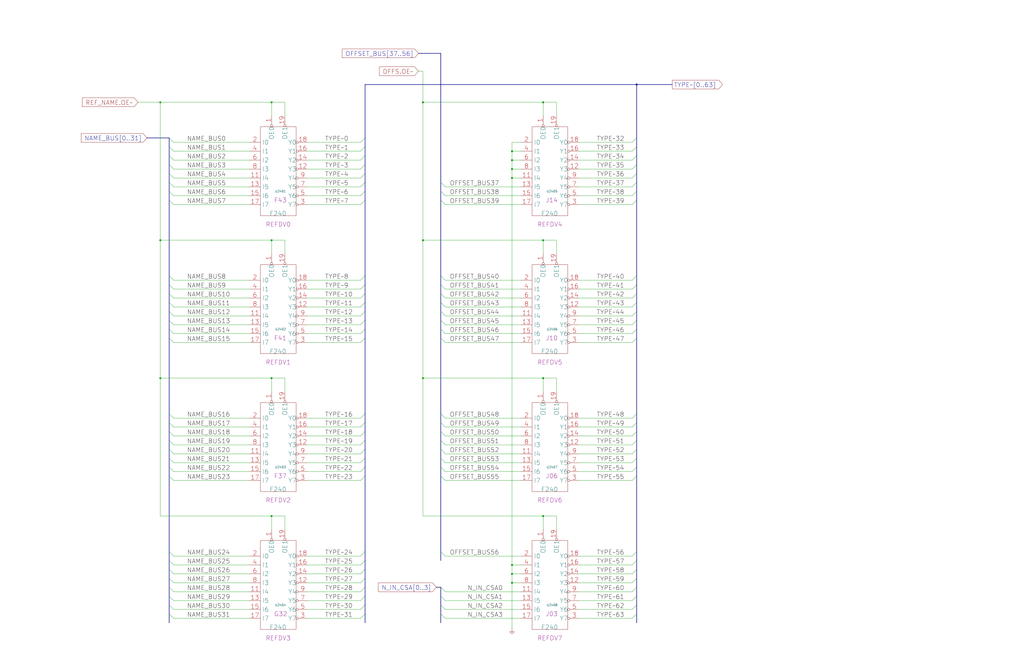
<source format=kicad_sch>
(kicad_sch (version 20250114) (generator "eeschema") (generator_version "9.0")
  (paper "User" 584.2 378.46)
  (title_block (title "CONTROL STACK REF DRIVE") (date "22-MAY-90") (rev "1.0") (comment 1 "SEQUENCER") (comment 2 "232-003064") (comment 3 "S400") (comment 4 "RELEASED"))
  (lib_symbols
    (symbol "r1000:F240" (pin_names (offset 1.016))
      (property "Reference" "U" (at 2.54 5.08 0))
      (property "Value" "F240" (at -3.81 -7.62 0))
      (property "Location" "___" (at -1.27 0 0))
      (property "Name" "______" (at 1.27 -15.24 0))
      (symbol "F240_1_1"
        (rectangle (start -8.89 41.91) (end 11.43 -8.89))
        (circle (center -2.54 42.545) (radius 0.635))
        (circle (center 5.08 42.545) (radius 0.635))
        (circle (center 12.065 33.02) (radius 0.635))
        (circle (center 12.065 27.94) (radius 0.635))
        (circle (center 12.065 22.86) (radius 0.635))
        (circle (center 12.065 17.78) (radius 0.635))
        (circle (center 12.065 12.7) (radius 0.635))
        (circle (center 12.065 7.62) (radius 0.635))
        (circle (center 12.065 2.54) (radius 0.635))
        (circle (center 12.065 -2.54) (radius 0.635))
        (pin input line (at -15.24 33.02 0) (length 6.35) (name "I0") (number "2"))
        (pin input line (at -15.24 27.94 0) (length 6.35) (name "I1") (number "4"))
        (pin input line (at -15.24 22.86 0) (length 6.35) (name "I2") (number "6"))
        (pin input line (at -15.24 17.78 0) (length 6.35) (name "I3") (number "8"))
        (pin input line (at -15.24 12.7 0) (length 6.35) (name "I4") (number "11"))
        (pin input line (at -15.24 7.62 0) (length 6.35) (name "I5") (number "13"))
        (pin input line (at -15.24 2.54 0) (length 6.35) (name "I6") (number "15"))
        (pin input line (at -15.24 -2.54 0) (length 6.35) (name "I7") (number "17"))
        (pin input line (at -2.54 48.26 270) (length 5.08) (name "OE0") (number "1"))
        (pin input line (at 5.08 48.26 270) (length 5.08) (name "OE1") (number "19"))
        (pin tri_state line (at 17.78 33.02 180) (length 5.08) (name "Y0") (number "18"))
        (pin tri_state line (at 17.78 27.94 180) (length 5.08) (name "Y1") (number "16"))
        (pin tri_state line (at 17.78 22.86 180) (length 5.08) (name "Y2") (number "14"))
        (pin tri_state line (at 17.78 17.78 180) (length 5.08) (name "Y3") (number "12"))
        (pin tri_state line (at 17.78 12.7 180) (length 5.08) (name "Y4") (number "9"))
        (pin tri_state line (at 17.78 7.62 180) (length 5.08) (name "Y5") (number "7"))
        (pin tri_state line (at 17.78 2.54 180) (length 5.08) (name "Y6") (number "5"))
        (pin tri_state line (at 17.78 -2.54 180) (length 5.08) (name "Y7") (number "3"))
      )
    )
    (symbol "r1000:PD" (power) (pin_numbers (hide yes)) (pin_names (hide yes)) (in_bom no)
      (symbol "PD_0_1"
        (polyline (pts (xy 0 -2.54) (xy 1.27 -2.54) (xy 0 -3.81) (xy -1.27 -2.54) (xy 0 -2.54)) (stroke (width 0.1524)))
      )
      (symbol "PD_1_1"
        (pin power_in line (at 0 0 270) (length 2.54) (name "PD") (number "1"))
      )
    )
  )
  (junction (at 309.88 215.9))
  (junction (at 154.94 215.9))
  (junction (at 292.1 86.36))
  (junction (at 292.1 322.58))
  (junction (at 292.1 91.44))
  (junction (at 292.1 332.74))
  (junction (at 241.3 215.9))
  (junction (at 309.88 294.64))
  (junction (at 292.1 101.6))
  (junction (at 292.1 327.66))
  (junction (at 91.44 137.16))
  (junction (at 154.94 137.16))
  (junction (at 91.44 58.42))
  (junction (at 241.3 137.16))
  (junction (at 154.94 294.64))
  (junction (at 363.22 48.26))
  (junction (at 241.3 58.42))
  (junction (at 91.44 215.9))
  (junction (at 154.94 58.42))
  (junction (at 309.88 58.42))
  (junction (at 292.1 96.52))
  (junction (at 309.88 137.16))
  (bus_entry (at 363.22 78.74) (size -2.54 2.54))
  (bus_entry (at 363.22 93.98) (size -2.54 2.54))
  (bus_entry (at 96.52 109.22) (size 2.54 2.54))
  (bus_entry (at 363.22 320.04) (size -2.54 2.54))
  (bus_entry (at 251.46 256.54) (size 2.54 2.54))
  (bus_entry (at 251.46 236.22) (size 2.54 2.54))
  (bus_entry (at 363.22 251.46) (size -2.54 2.54))
  (bus_entry (at 208.28 162.56) (size -2.54 2.54))
  (bus_entry (at 363.22 162.56) (size -2.54 2.54))
  (bus_entry (at 96.52 314.96) (size 2.54 2.54))
  (bus_entry (at 96.52 345.44) (size 2.54 2.54))
  (bus_entry (at 363.22 109.22) (size -2.54 2.54))
  (bus_entry (at 208.28 345.44) (size -2.54 2.54))
  (bus_entry (at 363.22 350.52) (size -2.54 2.54))
  (bus_entry (at 208.28 167.64) (size -2.54 2.54))
  (bus_entry (at 208.28 271.78) (size -2.54 2.54))
  (bus_entry (at 208.28 251.46) (size -2.54 2.54))
  (bus_entry (at 208.28 88.9) (size -2.54 2.54))
  (bus_entry (at 208.28 78.74) (size -2.54 2.54))
  (bus_entry (at 251.46 335.28) (size 2.54 2.54))
  (bus_entry (at 363.22 241.3) (size -2.54 2.54))
  (bus_entry (at 96.52 162.56) (size 2.54 2.54))
  (bus_entry (at 363.22 325.12) (size -2.54 2.54))
  (bus_entry (at 96.52 246.38) (size 2.54 2.54))
  (bus_entry (at 251.46 177.8) (size 2.54 2.54))
  (bus_entry (at 96.52 320.04) (size 2.54 2.54))
  (bus_entry (at 363.22 182.88) (size -2.54 2.54))
  (bus_entry (at 96.52 104.14) (size 2.54 2.54))
  (bus_entry (at 363.22 266.7) (size -2.54 2.54))
  (bus_entry (at 208.28 241.3) (size -2.54 2.54))
  (bus_entry (at 208.28 193.04) (size -2.54 2.54))
  (bus_entry (at 251.46 172.72) (size 2.54 2.54))
  (bus_entry (at 208.28 320.04) (size -2.54 2.54))
  (bus_entry (at 363.22 172.72) (size -2.54 2.54))
  (bus_entry (at 208.28 83.82) (size -2.54 2.54))
  (bus_entry (at 96.52 350.52) (size 2.54 2.54))
  (bus_entry (at 96.52 340.36) (size 2.54 2.54))
  (bus_entry (at 363.22 314.96) (size -2.54 2.54))
  (bus_entry (at 208.28 350.52) (size -2.54 2.54))
  (bus_entry (at 251.46 340.36) (size 2.54 2.54))
  (bus_entry (at 363.22 167.64) (size -2.54 2.54))
  (bus_entry (at 208.28 256.54) (size -2.54 2.54))
  (bus_entry (at 208.28 187.96) (size -2.54 2.54))
  (bus_entry (at 208.28 246.38) (size -2.54 2.54))
  (bus_entry (at 251.46 261.62) (size 2.54 2.54))
  (bus_entry (at 363.22 187.96) (size -2.54 2.54))
  (bus_entry (at 251.46 157.48) (size 2.54 2.54))
  (bus_entry (at 251.46 246.38) (size 2.54 2.54))
  (bus_entry (at 208.28 99.06) (size -2.54 2.54))
  (bus_entry (at 96.52 330.2) (size 2.54 2.54))
  (bus_entry (at 251.46 109.22) (size 2.54 2.54))
  (bus_entry (at 208.28 266.7) (size -2.54 2.54))
  (bus_entry (at 251.46 271.78) (size 2.54 2.54))
  (bus_entry (at 251.46 193.04) (size 2.54 2.54))
  (bus_entry (at 96.52 335.28) (size 2.54 2.54))
  (bus_entry (at 363.22 261.62) (size -2.54 2.54))
  (bus_entry (at 208.28 93.98) (size -2.54 2.54))
  (bus_entry (at 363.22 271.78) (size -2.54 2.54))
  (bus_entry (at 208.28 104.14) (size -2.54 2.54))
  (bus_entry (at 96.52 78.74) (size 2.54 2.54))
  (bus_entry (at 251.46 162.56) (size 2.54 2.54))
  (bus_entry (at 251.46 187.96) (size 2.54 2.54))
  (bus_entry (at 208.28 335.28) (size -2.54 2.54))
  (bus_entry (at 208.28 177.8) (size -2.54 2.54))
  (bus_entry (at 96.52 193.04) (size 2.54 2.54))
  (bus_entry (at 208.28 236.22) (size -2.54 2.54))
  (bus_entry (at 96.52 256.54) (size 2.54 2.54))
  (bus_entry (at 96.52 93.98) (size 2.54 2.54))
  (bus_entry (at 96.52 177.8) (size 2.54 2.54))
  (bus_entry (at 208.28 182.88) (size -2.54 2.54))
  (bus_entry (at 251.46 345.44) (size 2.54 2.54))
  (bus_entry (at 363.22 114.3) (size -2.54 2.54))
  (bus_entry (at 208.28 109.22) (size -2.54 2.54))
  (bus_entry (at 208.28 157.48) (size -2.54 2.54))
  (bus_entry (at 96.52 83.82) (size 2.54 2.54))
  (bus_entry (at 96.52 182.88) (size 2.54 2.54))
  (bus_entry (at 251.46 251.46) (size 2.54 2.54))
  (bus_entry (at 363.22 236.22) (size -2.54 2.54))
  (bus_entry (at 96.52 88.9) (size 2.54 2.54))
  (bus_entry (at 363.22 335.28) (size -2.54 2.54))
  (bus_entry (at 208.28 114.3) (size -2.54 2.54))
  (bus_entry (at 251.46 314.96) (size 2.54 2.54))
  (bus_entry (at 96.52 241.3) (size 2.54 2.54))
  (bus_entry (at 96.52 114.3) (size 2.54 2.54))
  (bus_entry (at 363.22 157.48) (size -2.54 2.54))
  (bus_entry (at 96.52 325.12) (size 2.54 2.54))
  (bus_entry (at 208.28 172.72) (size -2.54 2.54))
  (bus_entry (at 363.22 330.2) (size -2.54 2.54))
  (bus_entry (at 363.22 193.04) (size -2.54 2.54))
  (bus_entry (at 363.22 177.8) (size -2.54 2.54))
  (bus_entry (at 251.46 182.88) (size 2.54 2.54))
  (bus_entry (at 363.22 340.36) (size -2.54 2.54))
  (bus_entry (at 251.46 114.3) (size 2.54 2.54))
  (bus_entry (at 363.22 345.44) (size -2.54 2.54))
  (bus_entry (at 96.52 271.78) (size 2.54 2.54))
  (bus_entry (at 363.22 88.9) (size -2.54 2.54))
  (bus_entry (at 363.22 256.54) (size -2.54 2.54))
  (bus_entry (at 363.22 104.14) (size -2.54 2.54))
  (bus_entry (at 96.52 266.7) (size 2.54 2.54))
  (bus_entry (at 96.52 251.46) (size 2.54 2.54))
  (bus_entry (at 96.52 261.62) (size 2.54 2.54))
  (bus_entry (at 96.52 157.48) (size 2.54 2.54))
  (bus_entry (at 251.46 167.64) (size 2.54 2.54))
  (bus_entry (at 251.46 266.7) (size 2.54 2.54))
  (bus_entry (at 96.52 187.96) (size 2.54 2.54))
  (bus_entry (at 251.46 241.3) (size 2.54 2.54))
  (bus_entry (at 96.52 99.06) (size 2.54 2.54))
  (bus_entry (at 208.28 325.12) (size -2.54 2.54))
  (bus_entry (at 208.28 261.62) (size -2.54 2.54))
  (bus_entry (at 251.46 350.52) (size 2.54 2.54))
  (bus_entry (at 208.28 330.2) (size -2.54 2.54))
  (bus_entry (at 208.28 314.96) (size -2.54 2.54))
  (bus_entry (at 363.22 99.06) (size -2.54 2.54))
  (bus_entry (at 96.52 172.72) (size 2.54 2.54))
  (bus_entry (at 363.22 83.82) (size -2.54 2.54))
  (bus_entry (at 208.28 340.36) (size -2.54 2.54))
  (bus_entry (at 363.22 246.38) (size -2.54 2.54))
  (bus_entry (at 251.46 104.14) (size 2.54 2.54))
  (bus_entry (at 96.52 167.64) (size 2.54 2.54))
  (bus_entry (at 96.52 236.22) (size 2.54 2.54))
  (bus (pts (xy 238.76 30.48) (xy 251.46 30.48)))
  (wire (pts (xy 99.06 160.02) (xy 142.24 160.02)))
  (wire (pts (xy 99.06 342.9) (xy 142.24 342.9)))
  (bus (pts (xy 251.46 340.36) (xy 251.46 345.44)))
  (bus (pts (xy 208.28 177.8) (xy 208.28 182.88)))
  (bus (pts (xy 208.28 266.7) (xy 208.28 271.78)))
  (bus (pts (xy 96.52 162.56) (xy 96.52 167.64)))
  (bus (pts (xy 363.22 157.48) (xy 363.22 162.56)))
  (bus (pts (xy 208.28 335.28) (xy 208.28 340.36)))
  (wire (pts (xy 330.2 269.24) (xy 360.68 269.24)))
  (wire (pts (xy 154.94 58.42) (xy 162.56 58.42)))
  (bus (pts (xy 208.28 271.78) (xy 208.28 314.96)))
  (wire (pts (xy 238.76 40.64) (xy 241.3 40.64)))
  (bus (pts (xy 96.52 251.46) (xy 96.52 256.54)))
  (wire (pts (xy 297.18 81.28) (xy 292.1 81.28)))
  (wire (pts (xy 292.1 96.52) (xy 292.1 101.6)))
  (bus (pts (xy 251.46 167.64) (xy 251.46 172.72)))
  (bus (pts (xy 208.28 172.72) (xy 208.28 177.8)))
  (wire (pts (xy 292.1 96.52) (xy 297.18 96.52)))
  (bus (pts (xy 251.46 182.88) (xy 251.46 187.96)))
  (bus (pts (xy 251.46 30.48) (xy 251.46 104.14)))
  (wire (pts (xy 330.2 96.52) (xy 360.68 96.52)))
  (wire (pts (xy 254 269.24) (xy 297.18 269.24)))
  (wire (pts (xy 330.2 81.28) (xy 360.68 81.28)))
  (wire (pts (xy 175.26 269.24) (xy 205.74 269.24)))
  (bus (pts (xy 96.52 345.44) (xy 96.52 350.52)))
  (wire (pts (xy 99.06 322.58) (xy 142.24 322.58)))
  (bus (pts (xy 96.52 114.3) (xy 96.52 157.48)))
  (wire (pts (xy 175.26 332.74) (xy 205.74 332.74)))
  (wire (pts (xy 99.06 238.76) (xy 142.24 238.76)))
  (bus (pts (xy 96.52 88.9) (xy 96.52 93.98)))
  (bus (pts (xy 251.46 193.04) (xy 251.46 236.22)))
  (wire (pts (xy 330.2 274.32) (xy 360.68 274.32)))
  (bus (pts (xy 208.28 251.46) (xy 208.28 256.54)))
  (wire (pts (xy 292.1 101.6) (xy 297.18 101.6)))
  (bus (pts (xy 208.28 187.96) (xy 208.28 193.04)))
  (wire (pts (xy 330.2 175.26) (xy 360.68 175.26)))
  (wire (pts (xy 330.2 327.66) (xy 360.68 327.66)))
  (wire (pts (xy 292.1 101.6) (xy 292.1 322.58)))
  (wire (pts (xy 175.26 337.82) (xy 205.74 337.82)))
  (bus (pts (xy 251.46 335.28) (xy 251.46 340.36)))
  (wire (pts (xy 317.5 137.16) (xy 317.5 144.78)))
  (bus (pts (xy 251.46 187.96) (xy 251.46 193.04)))
  (wire (pts (xy 254 106.68) (xy 297.18 106.68)))
  (bus (pts (xy 251.46 251.46) (xy 251.46 256.54)))
  (bus (pts (xy 96.52 172.72) (xy 96.52 177.8)))
  (wire (pts (xy 99.06 274.32) (xy 142.24 274.32)))
  (wire (pts (xy 330.2 254) (xy 360.68 254)))
  (bus (pts (xy 208.28 157.48) (xy 208.28 162.56)))
  (wire (pts (xy 254 254) (xy 297.18 254)))
  (bus (pts (xy 363.22 83.82) (xy 363.22 88.9)))
  (wire (pts (xy 330.2 160.02) (xy 360.68 160.02)))
  (bus (pts (xy 363.22 93.98) (xy 363.22 99.06)))
  (bus (pts (xy 363.22 236.22) (xy 363.22 241.3)))
  (bus (pts (xy 251.46 345.44) (xy 251.46 350.52)))
  (wire (pts (xy 330.2 238.76) (xy 360.68 238.76)))
  (wire (pts (xy 175.26 96.52) (xy 205.74 96.52)))
  (wire (pts (xy 175.26 264.16) (xy 205.74 264.16)))
  (wire (pts (xy 330.2 190.5) (xy 360.68 190.5)))
  (wire (pts (xy 175.26 170.18) (xy 205.74 170.18)))
  (wire (pts (xy 292.1 86.36) (xy 292.1 91.44)))
  (bus (pts (xy 96.52 177.8) (xy 96.52 182.88)))
  (wire (pts (xy 292.1 81.28) (xy 292.1 86.36)))
  (wire (pts (xy 254 180.34) (xy 297.18 180.34)))
  (bus (pts (xy 96.52 314.96) (xy 96.52 320.04)))
  (bus (pts (xy 208.28 48.26) (xy 208.28 78.74)))
  (wire (pts (xy 254 195.58) (xy 297.18 195.58)))
  (bus (pts (xy 251.46 162.56) (xy 251.46 167.64)))
  (wire (pts (xy 91.44 58.42) (xy 91.44 137.16)))
  (bus (pts (xy 208.28 314.96) (xy 208.28 320.04)))
  (wire (pts (xy 330.2 180.34) (xy 360.68 180.34)))
  (bus (pts (xy 363.22 182.88) (xy 363.22 187.96)))
  (wire (pts (xy 175.26 195.58) (xy 205.74 195.58)))
  (bus (pts (xy 208.28 256.54) (xy 208.28 261.62)))
  (bus (pts (xy 208.28 320.04) (xy 208.28 325.12)))
  (bus (pts (xy 251.46 109.22) (xy 251.46 114.3)))
  (wire (pts (xy 309.88 137.16) (xy 309.88 144.78)))
  (wire (pts (xy 99.06 185.42) (xy 142.24 185.42)))
  (bus (pts (xy 208.28 93.98) (xy 208.28 99.06)))
  (wire (pts (xy 330.2 243.84) (xy 360.68 243.84)))
  (wire (pts (xy 330.2 91.44) (xy 360.68 91.44)))
  (bus (pts (xy 363.22 320.04) (xy 363.22 325.12)))
  (bus (pts (xy 363.22 48.26) (xy 363.22 78.74)))
  (wire (pts (xy 292.1 327.66) (xy 292.1 332.74)))
  (wire (pts (xy 99.06 332.74) (xy 142.24 332.74)))
  (bus (pts (xy 96.52 340.36) (xy 96.52 345.44)))
  (wire (pts (xy 91.44 215.9) (xy 91.44 294.64)))
  (wire (pts (xy 330.2 106.68) (xy 360.68 106.68)))
  (wire (pts (xy 99.06 106.68) (xy 142.24 106.68)))
  (wire (pts (xy 241.3 137.16) (xy 241.3 215.9)))
  (wire (pts (xy 254 185.42) (xy 297.18 185.42)))
  (bus (pts (xy 96.52 335.28) (xy 96.52 340.36)))
  (wire (pts (xy 91.44 137.16) (xy 154.94 137.16)))
  (wire (pts (xy 99.06 111.76) (xy 142.24 111.76)))
  (wire (pts (xy 99.06 264.16) (xy 142.24 264.16)))
  (bus (pts (xy 251.46 104.14) (xy 251.46 109.22)))
  (wire (pts (xy 99.06 353.06) (xy 142.24 353.06)))
  (wire (pts (xy 254 238.76) (xy 297.18 238.76)))
  (wire (pts (xy 99.06 269.24) (xy 142.24 269.24)))
  (wire (pts (xy 99.06 81.28) (xy 142.24 81.28)))
  (bus (pts (xy 251.46 172.72) (xy 251.46 177.8)))
  (wire (pts (xy 254 248.92) (xy 297.18 248.92)))
  (wire (pts (xy 330.2 264.16) (xy 360.68 264.16)))
  (bus (pts (xy 208.28 246.38) (xy 208.28 251.46)))
  (wire (pts (xy 330.2 317.5) (xy 360.68 317.5)))
  (wire (pts (xy 78.74 58.42) (xy 91.44 58.42)))
  (wire (pts (xy 254 165.1) (xy 297.18 165.1)))
  (bus (pts (xy 96.52 157.48) (xy 96.52 162.56)))
  (wire (pts (xy 175.26 274.32) (xy 205.74 274.32)))
  (wire (pts (xy 292.1 327.66) (xy 297.18 327.66)))
  (bus (pts (xy 363.22 246.38) (xy 363.22 251.46)))
  (wire (pts (xy 175.26 180.34) (xy 205.74 180.34)))
  (wire (pts (xy 175.26 243.84) (xy 205.74 243.84)))
  (wire (pts (xy 330.2 165.1) (xy 360.68 165.1)))
  (bus (pts (xy 96.52 93.98) (xy 96.52 99.06)))
  (bus (pts (xy 363.22 104.14) (xy 363.22 109.22)))
  (wire (pts (xy 292.1 86.36) (xy 297.18 86.36)))
  (wire (pts (xy 254 175.26) (xy 297.18 175.26)))
  (wire (pts (xy 154.94 137.16) (xy 154.94 144.78)))
  (bus (pts (xy 96.52 256.54) (xy 96.52 261.62)))
  (wire (pts (xy 241.3 40.64) (xy 241.3 58.42)))
  (wire (pts (xy 99.06 195.58) (xy 142.24 195.58)))
  (wire (pts (xy 175.26 81.28) (xy 205.74 81.28)))
  (wire (pts (xy 175.26 238.76) (xy 205.74 238.76)))
  (bus (pts (xy 96.52 271.78) (xy 96.52 314.96)))
  (wire (pts (xy 175.26 101.6) (xy 205.74 101.6)))
  (bus (pts (xy 208.28 99.06) (xy 208.28 104.14)))
  (bus (pts (xy 363.22 88.9) (xy 363.22 93.98)))
  (bus (pts (xy 96.52 325.12) (xy 96.52 330.2)))
  (wire (pts (xy 254 243.84) (xy 297.18 243.84)))
  (wire (pts (xy 330.2 170.18) (xy 360.68 170.18)))
  (bus (pts (xy 251.46 114.3) (xy 251.46 157.48)))
  (wire (pts (xy 330.2 101.6) (xy 360.68 101.6)))
  (bus (pts (xy 208.28 340.36) (xy 208.28 345.44)))
  (wire (pts (xy 254 353.06) (xy 297.18 353.06)))
  (wire (pts (xy 330.2 347.98) (xy 360.68 347.98)))
  (wire (pts (xy 330.2 111.76) (xy 360.68 111.76)))
  (bus (pts (xy 96.52 246.38) (xy 96.52 251.46)))
  (bus (pts (xy 251.46 350.52) (xy 251.46 355.6)))
  (wire (pts (xy 162.56 294.64) (xy 162.56 302.26)))
  (wire (pts (xy 175.26 259.08) (xy 205.74 259.08)))
  (wire (pts (xy 330.2 322.58) (xy 360.68 322.58)))
  (bus (pts (xy 208.28 350.52) (xy 208.28 355.6)))
  (bus (pts (xy 208.28 261.62) (xy 208.28 266.7)))
  (wire (pts (xy 99.06 180.34) (xy 142.24 180.34)))
  (wire (pts (xy 330.2 86.36) (xy 360.68 86.36)))
  (wire (pts (xy 175.26 190.5) (xy 205.74 190.5)))
  (bus (pts (xy 363.22 172.72) (xy 363.22 177.8)))
  (bus (pts (xy 363.22 187.96) (xy 363.22 193.04)))
  (bus (pts (xy 96.52 83.82) (xy 96.52 88.9)))
  (wire (pts (xy 330.2 259.08) (xy 360.68 259.08)))
  (wire (pts (xy 175.26 185.42) (xy 205.74 185.42)))
  (wire (pts (xy 175.26 106.68) (xy 205.74 106.68)))
  (wire (pts (xy 162.56 215.9) (xy 162.56 223.52)))
  (bus (pts (xy 251.46 266.7) (xy 251.46 271.78)))
  (wire (pts (xy 99.06 317.5) (xy 142.24 317.5)))
  (wire (pts (xy 309.88 294.64) (xy 309.88 302.26)))
  (wire (pts (xy 330.2 342.9) (xy 360.68 342.9)))
  (bus (pts (xy 251.46 246.38) (xy 251.46 251.46)))
  (bus (pts (xy 208.28 114.3) (xy 208.28 157.48)))
  (wire (pts (xy 254 342.9) (xy 297.18 342.9)))
  (bus (pts (xy 208.28 236.22) (xy 208.28 241.3)))
  (bus (pts (xy 208.28 104.14) (xy 208.28 109.22)))
  (wire (pts (xy 154.94 58.42) (xy 154.94 66.04)))
  (bus (pts (xy 248.92 335.28) (xy 251.46 335.28)))
  (wire (pts (xy 254 317.5) (xy 297.18 317.5)))
  (wire (pts (xy 241.3 215.9) (xy 241.3 294.64)))
  (wire (pts (xy 254 170.18) (xy 297.18 170.18)))
  (bus (pts (xy 96.52 330.2) (xy 96.52 335.28)))
  (wire (pts (xy 330.2 195.58) (xy 360.68 195.58)))
  (bus (pts (xy 208.28 182.88) (xy 208.28 187.96)))
  (wire (pts (xy 99.06 101.6) (xy 142.24 101.6)))
  (bus (pts (xy 251.46 157.48) (xy 251.46 162.56)))
  (wire (pts (xy 254 259.08) (xy 297.18 259.08)))
  (wire (pts (xy 175.26 254) (xy 205.74 254)))
  (wire (pts (xy 241.3 294.64) (xy 309.88 294.64)))
  (wire (pts (xy 317.5 294.64) (xy 317.5 302.26)))
  (bus (pts (xy 251.46 256.54) (xy 251.46 261.62)))
  (bus (pts (xy 363.22 177.8) (xy 363.22 182.88)))
  (bus (pts (xy 96.52 167.64) (xy 96.52 172.72)))
  (bus (pts (xy 208.28 78.74) (xy 208.28 83.82)))
  (wire (pts (xy 330.2 185.42) (xy 360.68 185.42)))
  (bus (pts (xy 96.52 187.96) (xy 96.52 193.04)))
  (bus (pts (xy 96.52 193.04) (xy 96.52 236.22)))
  (bus (pts (xy 251.46 241.3) (xy 251.46 246.38)))
  (wire (pts (xy 292.1 91.44) (xy 297.18 91.44)))
  (wire (pts (xy 254 264.16) (xy 297.18 264.16)))
  (wire (pts (xy 241.3 58.42) (xy 309.88 58.42)))
  (bus (pts (xy 208.28 325.12) (xy 208.28 330.2)))
  (bus (pts (xy 251.46 177.8) (xy 251.46 182.88)))
  (wire (pts (xy 254 160.02) (xy 297.18 160.02)))
  (bus (pts (xy 96.52 99.06) (xy 96.52 104.14)))
  (wire (pts (xy 330.2 337.82) (xy 360.68 337.82)))
  (wire (pts (xy 99.06 175.26) (xy 142.24 175.26)))
  (bus (pts (xy 363.22 335.28) (xy 363.22 340.36)))
  (wire (pts (xy 99.06 165.1) (xy 142.24 165.1)))
  (wire (pts (xy 309.88 137.16) (xy 317.5 137.16)))
  (wire (pts (xy 99.06 248.92) (xy 142.24 248.92)))
  (wire (pts (xy 175.26 111.76) (xy 205.74 111.76)))
  (wire (pts (xy 241.3 58.42) (xy 241.3 137.16)))
  (wire (pts (xy 317.5 58.42) (xy 317.5 66.04)))
  (bus (pts (xy 363.22 314.96) (xy 363.22 320.04)))
  (bus (pts (xy 363.22 345.44) (xy 363.22 350.52)))
  (bus (pts (xy 363.22 48.26) (xy 208.28 48.26)))
  (bus (pts (xy 96.52 182.88) (xy 96.52 187.96)))
  (wire (pts (xy 309.88 215.9) (xy 309.88 223.52)))
  (bus (pts (xy 363.22 99.06) (xy 363.22 104.14)))
  (wire (pts (xy 309.88 58.42) (xy 309.88 66.04)))
  (bus (pts (xy 208.28 330.2) (xy 208.28 335.28)))
  (wire (pts (xy 309.88 58.42) (xy 317.5 58.42)))
  (bus (pts (xy 251.46 261.62) (xy 251.46 266.7)))
  (wire (pts (xy 154.94 294.64) (xy 154.94 302.26)))
  (wire (pts (xy 309.88 294.64) (xy 317.5 294.64)))
  (bus (pts (xy 363.22 330.2) (xy 363.22 335.28)))
  (wire (pts (xy 99.06 116.84) (xy 142.24 116.84)))
  (wire (pts (xy 254 116.84) (xy 297.18 116.84)))
  (wire (pts (xy 99.06 254) (xy 142.24 254)))
  (wire (pts (xy 175.26 160.02) (xy 205.74 160.02)))
  (wire (pts (xy 154.94 215.9) (xy 162.56 215.9)))
  (wire (pts (xy 241.3 215.9) (xy 309.88 215.9)))
  (wire (pts (xy 254 274.32) (xy 297.18 274.32)))
  (wire (pts (xy 91.44 137.16) (xy 91.44 215.9)))
  (wire (pts (xy 175.26 175.26) (xy 205.74 175.26)))
  (wire (pts (xy 292.1 91.44) (xy 292.1 96.52)))
  (wire (pts (xy 91.44 215.9) (xy 154.94 215.9)))
  (bus (pts (xy 208.28 345.44) (xy 208.28 350.52)))
  (wire (pts (xy 162.56 137.16) (xy 162.56 144.78)))
  (bus (pts (xy 363.22 78.74) (xy 363.22 83.82)))
  (wire (pts (xy 175.26 248.92) (xy 205.74 248.92)))
  (bus (pts (xy 208.28 83.82) (xy 208.28 88.9)))
  (bus (pts (xy 96.52 236.22) (xy 96.52 241.3)))
  (wire (pts (xy 99.06 259.08) (xy 142.24 259.08)))
  (bus (pts (xy 363.22 325.12) (xy 363.22 330.2)))
  (bus (pts (xy 96.52 266.7) (xy 96.52 271.78)))
  (wire (pts (xy 292.1 332.74) (xy 292.1 358.14)))
  (bus (pts (xy 96.52 109.22) (xy 96.52 114.3)))
  (wire (pts (xy 330.2 248.92) (xy 360.68 248.92)))
  (wire (pts (xy 99.06 96.52) (xy 142.24 96.52)))
  (wire (pts (xy 162.56 58.42) (xy 162.56 66.04)))
  (bus (pts (xy 363.22 256.54) (xy 363.22 261.62)))
  (wire (pts (xy 99.06 327.66) (xy 142.24 327.66)))
  (wire (pts (xy 309.88 215.9) (xy 317.5 215.9)))
  (wire (pts (xy 175.26 322.58) (xy 205.74 322.58)))
  (bus (pts (xy 363.22 114.3) (xy 363.22 157.48)))
  (wire (pts (xy 175.26 165.1) (xy 205.74 165.1)))
  (wire (pts (xy 154.94 215.9) (xy 154.94 223.52)))
  (wire (pts (xy 99.06 91.44) (xy 142.24 91.44)))
  (bus (pts (xy 363.22 340.36) (xy 363.22 345.44)))
  (bus (pts (xy 251.46 271.78) (xy 251.46 314.96)))
  (wire (pts (xy 99.06 170.18) (xy 142.24 170.18)))
  (bus (pts (xy 363.22 193.04) (xy 363.22 236.22)))
  (bus (pts (xy 96.52 350.52) (xy 96.52 355.6)))
  (bus (pts (xy 96.52 261.62) (xy 96.52 266.7)))
  (wire (pts (xy 175.26 353.06) (xy 205.74 353.06)))
  (bus (pts (xy 208.28 193.04) (xy 208.28 236.22)))
  (wire (pts (xy 175.26 86.36) (xy 205.74 86.36)))
  (wire (pts (xy 175.26 342.9) (xy 205.74 342.9)))
  (wire (pts (xy 254 111.76) (xy 297.18 111.76)))
  (wire (pts (xy 175.26 317.5) (xy 205.74 317.5)))
  (bus (pts (xy 96.52 320.04) (xy 96.52 325.12)))
  (wire (pts (xy 175.26 91.44) (xy 205.74 91.44)))
  (bus (pts (xy 363.22 350.52) (xy 363.22 355.6)))
  (bus (pts (xy 363.22 266.7) (xy 363.22 271.78)))
  (wire (pts (xy 91.44 58.42) (xy 154.94 58.42)))
  (wire (pts (xy 154.94 137.16) (xy 162.56 137.16)))
  (wire (pts (xy 154.94 294.64) (xy 162.56 294.64)))
  (bus (pts (xy 208.28 241.3) (xy 208.28 246.38)))
  (wire (pts (xy 292.1 332.74) (xy 297.18 332.74)))
  (wire (pts (xy 99.06 347.98) (xy 142.24 347.98)))
  (wire (pts (xy 175.26 327.66) (xy 205.74 327.66)))
  (bus (pts (xy 363.22 261.62) (xy 363.22 266.7)))
  (bus (pts (xy 363.22 162.56) (xy 363.22 167.64)))
  (wire (pts (xy 175.26 347.98) (xy 205.74 347.98)))
  (bus (pts (xy 363.22 109.22) (xy 363.22 114.3)))
  (bus (pts (xy 363.22 167.64) (xy 363.22 172.72)))
  (wire (pts (xy 330.2 116.84) (xy 360.68 116.84)))
  (bus (pts (xy 251.46 314.96) (xy 251.46 320.04)))
  (wire (pts (xy 292.1 322.58) (xy 292.1 327.66)))
  (wire (pts (xy 91.44 294.64) (xy 154.94 294.64)))
  (wire (pts (xy 99.06 337.82) (xy 142.24 337.82)))
  (bus (pts (xy 363.22 251.46) (xy 363.22 256.54)))
  (wire (pts (xy 330.2 332.74) (xy 360.68 332.74)))
  (bus (pts (xy 96.52 104.14) (xy 96.52 109.22)))
  (bus (pts (xy 83.82 78.74) (xy 96.52 78.74)))
  (bus (pts (xy 208.28 162.56) (xy 208.28 167.64)))
  (wire (pts (xy 317.5 215.9) (xy 317.5 223.52)))
  (bus (pts (xy 208.28 88.9) (xy 208.28 93.98)))
  (bus (pts (xy 251.46 236.22) (xy 251.46 241.3)))
  (wire (pts (xy 254 347.98) (xy 297.18 347.98)))
  (bus (pts (xy 208.28 109.22) (xy 208.28 114.3)))
  (wire (pts (xy 292.1 322.58) (xy 297.18 322.58)))
  (bus (pts (xy 96.52 78.74) (xy 96.52 83.82)))
  (wire (pts (xy 330.2 353.06) (xy 360.68 353.06)))
  (wire (pts (xy 99.06 243.84) (xy 142.24 243.84)))
  (bus (pts (xy 363.22 271.78) (xy 363.22 314.96)))
  (bus (pts (xy 96.52 241.3) (xy 96.52 246.38)))
  (bus (pts (xy 363.22 241.3) (xy 363.22 246.38)))
  (wire (pts (xy 175.26 116.84) (xy 205.74 116.84)))
  (wire (pts (xy 99.06 190.5) (xy 142.24 190.5)))
  (wire (pts (xy 241.3 137.16) (xy 309.88 137.16)))
  (wire (pts (xy 254 190.5) (xy 297.18 190.5)))
  (wire (pts (xy 254 337.82) (xy 297.18 337.82)))
  (bus (pts (xy 208.28 167.64) (xy 208.28 172.72)))
  (wire (pts (xy 99.06 86.36) (xy 142.24 86.36)))
  (bus (pts (xy 363.22 48.26) (xy 383.54 48.26)))
  (label "N_IN_CSA3" (at 266.7 353.06 0) (effects (font (size 2.54 2.54))))
  (label "OFFSET_BUS55" (at 256.54 274.32 0) (effects (font (size 2.54 2.54))))
  (label "TYPE~22" (at 185.42 269.24 0) (effects (font (size 2.54 2.54))))
  (label "NAME_BUS0" (at 106.68 81.28 0) (effects (font (size 2.54 2.54))))
  (label "TYPE~34" (at 340.36 91.44 0) (effects (font (size 2.54 2.54))))
  (label "NAME_BUS4" (at 106.68 101.6 0) (effects (font (size 2.54 2.54))))
  (label "TYPE~23" (at 185.42 274.32 0) (effects (font (size 2.54 2.54))))
  (label "NAME_BUS18" (at 106.68 248.92 0) (effects (font (size 2.54 2.54))))
  (label "NAME_BUS23" (at 106.68 274.32 0) (effects (font (size 2.54 2.54))))
  (label "NAME_BUS30" (at 106.68 347.98 0) (effects (font (size 2.54 2.54))))
  (label "NAME_BUS17" (at 106.68 243.84 0) (effects (font (size 2.54 2.54))))
  (label "TYPE~3" (at 185.42 96.52 0) (effects (font (size 2.54 2.54))))
  (label "TYPE~57" (at 340.36 322.58 0) (effects (font (size 2.54 2.54))))
  (label "OFFSET_BUS45" (at 256.54 185.42 0) (effects (font (size 2.54 2.54))))
  (label "TYPE~35" (at 340.36 96.52 0) (effects (font (size 2.54 2.54))))
  (label "TYPE~25" (at 185.42 322.58 0) (effects (font (size 2.54 2.54))))
  (label "NAME_BUS15" (at 106.68 195.58 0) (effects (font (size 2.54 2.54))))
  (label "NAME_BUS2" (at 106.68 91.44 0) (effects (font (size 2.54 2.54))))
  (label "NAME_BUS3" (at 106.68 96.52 0) (effects (font (size 2.54 2.54))))
  (label "TYPE~13" (at 185.42 185.42 0) (effects (font (size 2.54 2.54))))
  (label "TYPE~6" (at 185.42 111.76 0) (effects (font (size 2.54 2.54))))
  (label "TYPE~27" (at 185.42 332.74 0) (effects (font (size 2.54 2.54))))
  (label "TYPE~32" (at 340.36 81.28 0) (effects (font (size 2.54 2.54))))
  (label "OFFSET_BUS44" (at 256.54 180.34 0) (effects (font (size 2.54 2.54))))
  (label "TYPE~62" (at 340.36 347.98 0) (effects (font (size 2.54 2.54))))
  (label "NAME_BUS28" (at 106.68 337.82 0) (effects (font (size 2.54 2.54))))
  (label "TYPE~16" (at 185.42 238.76 0) (effects (font (size 2.54 2.54))))
  (label "N_IN_CSA0" (at 266.7 337.82 0) (effects (font (size 2.54 2.54))))
  (label "TYPE~52" (at 340.36 259.08 0) (effects (font (size 2.54 2.54))))
  (label "NAME_BUS29" (at 106.68 342.9 0) (effects (font (size 2.54 2.54))))
  (label "TYPE~61" (at 340.36 342.9 0) (effects (font (size 2.54 2.54))))
  (label "TYPE~58" (at 340.36 327.66 0) (effects (font (size 2.54 2.54))))
  (label "OFFSET_BUS51" (at 256.54 254 0) (effects (font (size 2.54 2.54))))
  (label "TYPE~11" (at 185.42 175.26 0) (effects (font (size 2.54 2.54))))
  (label "TYPE~53" (at 340.36 264.16 0) (effects (font (size 2.54 2.54))))
  (label "NAME_BUS22" (at 106.68 269.24 0) (effects (font (size 2.54 2.54))))
  (label "OFFSET_BUS42" (at 256.54 170.18 0) (effects (font (size 2.54 2.54))))
  (label "TYPE~49" (at 340.36 243.84 0) (effects (font (size 2.54 2.54))))
  (label "TYPE~7" (at 185.42 116.84 0) (effects (font (size 2.54 2.54))))
  (label "TYPE~42" (at 340.36 170.18 0) (effects (font (size 2.54 2.54))))
  (label "TYPE~12" (at 185.42 180.34 0) (effects (font (size 2.54 2.54))))
  (label "TYPE~63" (at 340.36 353.06 0) (effects (font (size 2.54 2.54))))
  (label "TYPE~41" (at 340.36 165.1 0) (effects (font (size 2.54 2.54))))
  (label "NAME_BUS27" (at 106.68 332.74 0) (effects (font (size 2.54 2.54))))
  (label "TYPE~1" (at 185.42 86.36 0) (effects (font (size 2.54 2.54))))
  (label "TYPE~9" (at 185.42 165.1 0) (effects (font (size 2.54 2.54))))
  (label "NAME_BUS24" (at 106.68 317.5 0) (effects (font (size 2.54 2.54))))
  (label "OFFSET_BUS47" (at 256.54 195.58 0) (effects (font (size 2.54 2.54))))
  (label "TYPE~0" (at 185.42 81.28 0) (effects (font (size 2.54 2.54))))
  (label "NAME_BUS20" (at 106.68 259.08 0) (effects (font (size 2.54 2.54))))
  (label "TYPE~36" (at 340.36 101.6 0) (effects (font (size 2.54 2.54))))
  (label "TYPE~18" (at 185.42 248.92 0) (effects (font (size 2.54 2.54))))
  (label "TYPE~4" (at 185.42 101.6 0) (effects (font (size 2.54 2.54))))
  (label "OFFSET_BUS53" (at 256.54 264.16 0) (effects (font (size 2.54 2.54))))
  (label "OFFSET_BUS54" (at 256.54 269.24 0) (effects (font (size 2.54 2.54))))
  (label "TYPE~19" (at 185.42 254 0) (effects (font (size 2.54 2.54))))
  (label "TYPE~59" (at 340.36 332.74 0) (effects (font (size 2.54 2.54))))
  (label "NAME_BUS8" (at 106.68 160.02 0) (effects (font (size 2.54 2.54))))
  (label "NAME_BUS5" (at 106.68 106.68 0) (effects (font (size 2.54 2.54))))
  (label "TYPE~55" (at 340.36 274.32 0) (effects (font (size 2.54 2.54))))
  (label "TYPE~45" (at 340.36 185.42 0) (effects (font (size 2.54 2.54))))
  (label "TYPE~31" (at 185.42 353.06 0) (effects (font (size 2.54 2.54))))
  (label "OFFSET_BUS46" (at 256.54 190.5 0) (effects (font (size 2.54 2.54))))
  (label "NAME_BUS12" (at 106.68 180.34 0) (effects (font (size 2.54 2.54))))
  (label "TYPE~8" (at 185.42 160.02 0) (effects (font (size 2.54 2.54))))
  (label "TYPE~38" (at 340.36 111.76 0) (effects (font (size 2.54 2.54))))
  (label "N_IN_CSA2" (at 266.7 347.98 0) (effects (font (size 2.54 2.54))))
  (label "TYPE~44" (at 340.36 180.34 0) (effects (font (size 2.54 2.54))))
  (label "OFFSET_BUS40" (at 256.54 160.02 0) (effects (font (size 2.54 2.54))))
  (label "OFFSET_BUS52" (at 256.54 259.08 0) (effects (font (size 2.54 2.54))))
  (label "NAME_BUS19" (at 106.68 254 0) (effects (font (size 2.54 2.54))))
  (label "N_IN_CSA1" (at 266.7 342.9 0) (effects (font (size 2.54 2.54))))
  (label "OFFSET_BUS39" (at 256.54 116.84 0) (effects (font (size 2.54 2.54))))
  (label "TYPE~46" (at 340.36 190.5 0) (effects (font (size 2.54 2.54))))
  (label "NAME_BUS7" (at 106.68 116.84 0) (effects (font (size 2.54 2.54))))
  (label "TYPE~39" (at 340.36 116.84 0) (effects (font (size 2.54 2.54))))
  (label "TYPE~28" (at 185.42 337.82 0) (effects (font (size 2.54 2.54))))
  (label "NAME_BUS21" (at 106.68 264.16 0) (effects (font (size 2.54 2.54))))
  (label "OFFSET_BUS50" (at 256.54 248.92 0) (effects (font (size 2.54 2.54))))
  (label "OFFSET_BUS48" (at 256.54 238.76 0) (effects (font (size 2.54 2.54))))
  (label "TYPE~30" (at 185.42 347.98 0) (effects (font (size 2.54 2.54))))
  (label "OFFSET_BUS41" (at 256.54 165.1 0) (effects (font (size 2.54 2.54))))
  (label "OFFSET_BUS38" (at 256.54 111.76 0) (effects (font (size 2.54 2.54))))
  (label "NAME_BUS26" (at 106.68 327.66 0) (effects (font (size 2.54 2.54))))
  (label "TYPE~24" (at 185.42 317.5 0) (effects (font (size 2.54 2.54))))
  (label "NAME_BUS6" (at 106.68 111.76 0) (effects (font (size 2.54 2.54))))
  (label "TYPE~14" (at 185.42 190.5 0) (effects (font (size 2.54 2.54))))
  (label "TYPE~40" (at 340.36 160.02 0) (effects (font (size 2.54 2.54))))
  (label "TYPE~21" (at 185.42 264.16 0) (effects (font (size 2.54 2.54))))
  (label "TYPE~17" (at 185.42 243.84 0) (effects (font (size 2.54 2.54))))
  (label "TYPE~50" (at 340.36 248.92 0) (effects (font (size 2.54 2.54))))
  (label "OFFSET_BUS37" (at 256.54 106.68 0) (effects (font (size 2.54 2.54))))
  (label "OFFSET_BUS56" (at 256.54 317.5 0) (effects (font (size 2.54 2.54))))
  (label "TYPE~47" (at 340.36 195.58 0) (effects (font (size 2.54 2.54))))
  (label "TYPE~15" (at 185.42 195.58 0) (effects (font (size 2.54 2.54))))
  (label "OFFSET_BUS43" (at 256.54 175.26 0) (effects (font (size 2.54 2.54))))
  (label "NAME_BUS16" (at 106.68 238.76 0) (effects (font (size 2.54 2.54))))
  (label "TYPE~29" (at 185.42 342.9 0) (effects (font (size 2.54 2.54))))
  (label "TYPE~10" (at 185.42 170.18 0) (effects (font (size 2.54 2.54))))
  (label "NAME_BUS10" (at 106.68 170.18 0) (effects (font (size 2.54 2.54))))
  (label "TYPE~51" (at 340.36 254 0) (effects (font (size 2.54 2.54))))
  (label "NAME_BUS9" (at 106.68 165.1 0) (effects (font (size 2.54 2.54))))
  (label "TYPE~20" (at 185.42 259.08 0) (effects (font (size 2.54 2.54))))
  (label "TYPE~37" (at 340.36 106.68 0) (effects (font (size 2.54 2.54))))
  (label "TYPE~5" (at 185.42 106.68 0) (effects (font (size 2.54 2.54))))
  (label "TYPE~33" (at 340.36 86.36 0) (effects (font (size 2.54 2.54))))
  (label "TYPE~43" (at 340.36 175.26 0) (effects (font (size 2.54 2.54))))
  (label "TYPE~54" (at 340.36 269.24 0) (effects (font (size 2.54 2.54))))
  (label "OFFSET_BUS49" (at 256.54 243.84 0) (effects (font (size 2.54 2.54))))
  (label "TYPE~56" (at 340.36 317.5 0) (effects (font (size 2.54 2.54))))
  (label "TYPE~2" (at 185.42 91.44 0) (effects (font (size 2.54 2.54))))
  (label "NAME_BUS25" (at 106.68 322.58 0) (effects (font (size 2.54 2.54))))
  (label "NAME_BUS13" (at 106.68 185.42 0) (effects (font (size 2.54 2.54))))
  (label "NAME_BUS31" (at 106.68 353.06 0) (effects (font (size 2.54 2.54))))
  (label "NAME_BUS14" (at 106.68 190.5 0) (effects (font (size 2.54 2.54))))
  (label "TYPE~48" (at 340.36 238.76 0) (effects (font (size 2.54 2.54))))
  (label "NAME_BUS1" (at 106.68 86.36 0) (effects (font (size 2.54 2.54))))
  (label "TYPE~60" (at 340.36 337.82 0) (effects (font (size 2.54 2.54))))
  (label "TYPE~26" (at 185.42 327.66 0) (effects (font (size 2.54 2.54))))
  (label "NAME_BUS11" (at 106.68 175.26 0) (effects (font (size 2.54 2.54))))
  (global_label "N_IN_CSA[0..3]" (shape input) (at 248.92 335.28 180) (effects (font (size 2.54 2.54))) (property "Intersheetrefs" "${INTERSHEET_REFS}" (at 215.9121 335.1213 0) (effects (font (size 1.905 1.905)) (justify right))))
  (global_label "REF_NAME.OE~" (shape input) (at 78.74 58.42 180) (effects (font (size 2.54 2.54))) (property "Intersheetrefs" "${INTERSHEET_REFS}" (at 46.9416 58.2613 0) (effects (font (size 1.905 1.905)) (justify right))))
  (global_label "OFFSET_BUS[37..56]" (shape input) (at 238.76 30.48 180) (effects (font (size 2.54 2.54))) (property "Intersheetrefs" "${INTERSHEET_REFS}" (at 195.2292 30.3213 0) (effects (font (size 1.905 1.905)) (justify right))))
  (global_label "NAME_BUS[0..31]" (shape input) (at 83.82 78.74 180) (effects (font (size 2.54 2.54))) (property "Intersheetrefs" "${INTERSHEET_REFS}" (at 46.3369 78.5813 0) (effects (font (size 1.905 1.905)) (justify right))))
  (global_label "TYPE~[0..63]" (shape output) (at 383.54 48.26 0) (effects (font (size 2.54 2.54))) (property "Intersheetrefs" "${INTERSHEET_REFS}" (at 412.1936 48.1013 0) (effects (font (size 1.905 1.905)) (justify left))))
  (global_label "OFFS.OE~" (shape input) (at 238.76 40.64 180) (effects (font (size 2.54 2.54))) (property "Intersheetrefs" "${INTERSHEET_REFS}" (at 216.5169 40.4813 0) (effects (font (size 1.905 1.905)) (justify right))))
  (symbol (lib_id "r1000:PD") (at 292.1 358.14 0) (unit 1) (in_bom no)
    (property "Reference" "#PWR02401" (effects (hide yes)))
    (property "Value" "PD" (effects (hide yes)))
  )
  (symbol (lib_id "r1000:F240") (at 312.42 350.52 0) (unit 1)
    (property "Reference" "U2408" (at 314.96 345.44 0))
    (property "Value" "F240" (at 308.61 358.14 0) (effects (font (size 2.54 2.54)) (justify left)))
    (property "Location" "J03" (at 311.15 350.52 0) (effects (font (size 2.54 2.54)) (justify left)))
    (property "Name" "REFDV7" (at 313.69 365.76 0) (effects (font (size 2.54 2.54)) (justify bottom)))
  )
  (symbol (lib_id "r1000:F240") (at 157.48 271.78 0) (unit 1)
    (property "Reference" "U2403" (at 160.02 266.7 0))
    (property "Value" "F240" (at 153.67 279.4 0) (effects (font (size 2.54 2.54)) (justify left)))
    (property "Location" "F37" (at 156.21 271.78 0) (effects (font (size 2.54 2.54)) (justify left)))
    (property "Name" "REFDV2" (at 158.75 287.02 0) (effects (font (size 2.54 2.54)) (justify bottom)))
  )
  (symbol (lib_id "r1000:F240") (at 312.42 114.3 0) (unit 1)
    (property "Reference" "U2405" (at 314.96 109.22 0))
    (property "Value" "F240" (at 308.61 121.92 0) (effects (font (size 2.54 2.54)) (justify left)))
    (property "Location" "J14" (at 311.15 114.3 0) (effects (font (size 2.54 2.54)) (justify left)))
    (property "Name" "REFDV4" (at 313.69 129.54 0) (effects (font (size 2.54 2.54)) (justify bottom)))
  )
  (symbol (lib_id "r1000:F240") (at 312.42 193.04 0) (unit 1)
    (property "Reference" "U2406" (at 314.96 187.96 0))
    (property "Value" "F240" (at 308.61 200.66 0) (effects (font (size 2.54 2.54)) (justify left)))
    (property "Location" "J10" (at 311.15 193.04 0) (effects (font (size 2.54 2.54)) (justify left)))
    (property "Name" "REFDV5" (at 313.69 208.28 0) (effects (font (size 2.54 2.54)) (justify bottom)))
  )
  (symbol (lib_id "r1000:F240") (at 157.48 193.04 0) (unit 1)
    (property "Reference" "U2402" (at 160.02 187.96 0))
    (property "Value" "F240" (at 153.67 200.66 0) (effects (font (size 2.54 2.54)) (justify left)))
    (property "Location" "F41" (at 156.21 193.04 0) (effects (font (size 2.54 2.54)) (justify left)))
    (property "Name" "REFDV1" (at 158.75 208.28 0) (effects (font (size 2.54 2.54)) (justify bottom)))
  )
  (symbol (lib_id "r1000:F240") (at 312.42 271.78 0) (unit 1)
    (property "Reference" "U2407" (at 314.96 266.7 0))
    (property "Value" "F240" (at 308.61 279.4 0) (effects (font (size 2.54 2.54)) (justify left)))
    (property "Location" "J06" (at 311.15 271.78 0) (effects (font (size 2.54 2.54)) (justify left)))
    (property "Name" "REFDV6" (at 313.69 287.02 0) (effects (font (size 2.54 2.54)) (justify bottom)))
  )
  (symbol (lib_id "r1000:F240") (at 157.48 114.3 0) (unit 1)
    (property "Reference" "U2401" (at 160.02 109.22 0))
    (property "Value" "F240" (at 153.67 121.92 0) (effects (font (size 2.54 2.54)) (justify left)))
    (property "Location" "F43" (at 156.21 114.3 0) (effects (font (size 2.54 2.54)) (justify left)))
    (property "Name" "REFDV0" (at 158.75 129.54 0) (effects (font (size 2.54 2.54)) (justify bottom)))
  )
  (symbol (lib_id "r1000:F240") (at 157.48 350.52 0) (unit 1)
    (property "Reference" "U2404" (at 160.02 345.44 0))
    (property "Value" "F240" (at 153.67 358.14 0) (effects (font (size 2.54 2.54)) (justify left)))
    (property "Location" "G32" (at 156.21 350.52 0) (effects (font (size 2.54 2.54)) (justify left)))
    (property "Name" "REFDV3" (at 158.75 365.76 0) (effects (font (size 2.54 2.54)) (justify bottom)))
  )
)
</source>
